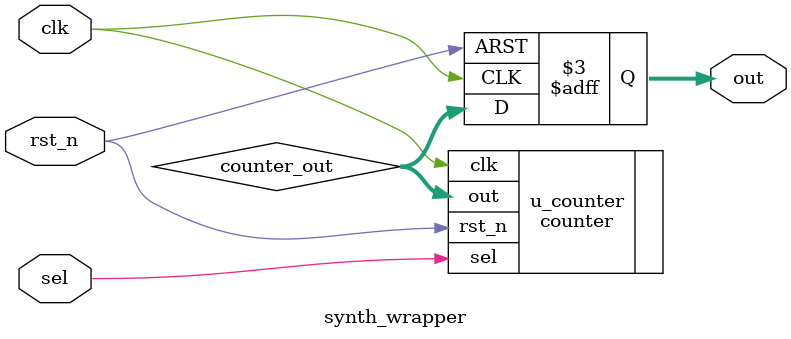
<source format=v>
module synth_wrapper (
    input  wire       clk,
    input  wire       rst_n,
    input  wire       sel,     
    output reg  [3:0] out
);

    wire [3:0] counter_out;

    always @(posedge clk or negedge rst_n) begin
        if (!rst_n) begin
            out <= 4'd0;
        end
        else begin
            out <= counter_out;
        end
    end
    counter u_counter (
        .clk(clk),
        .rst_n(rst_n),
        .sel(sel),              
        .out(counter_out)
    );

endmodule





</source>
